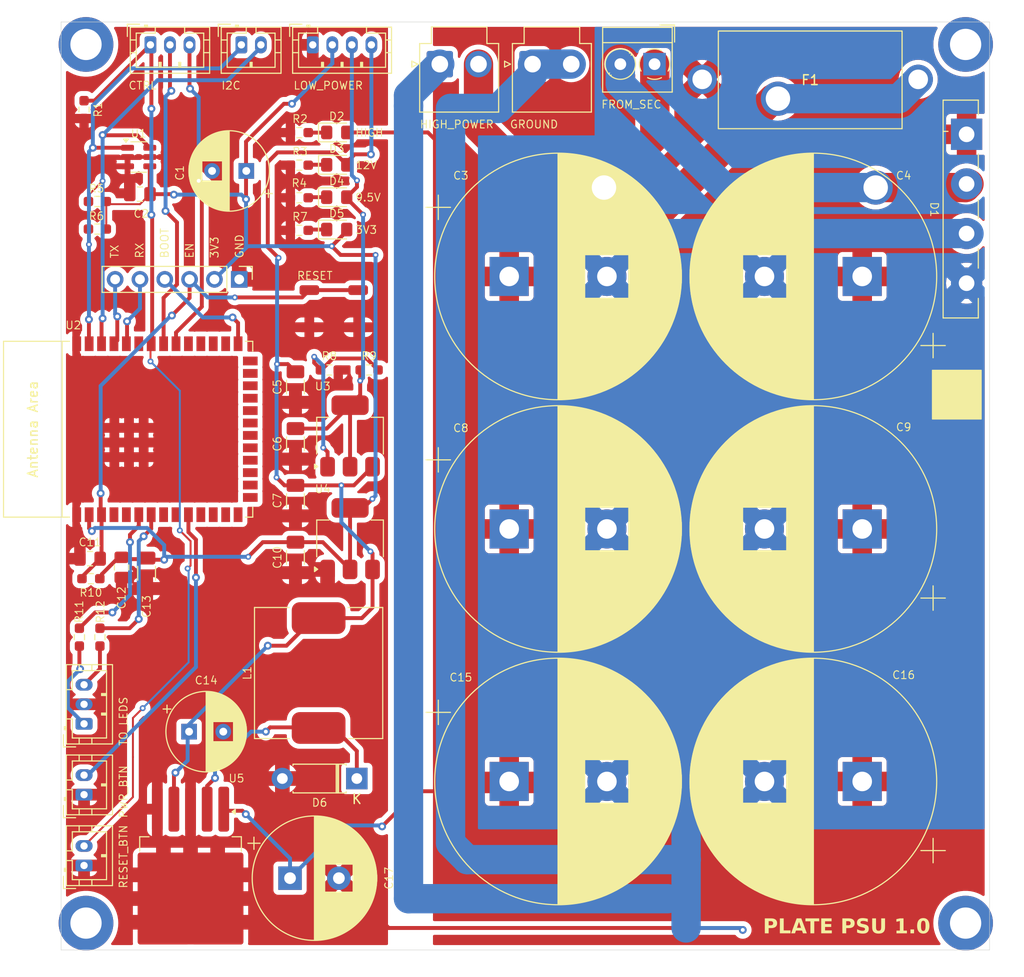
<source format=kicad_pcb>
(kicad_pcb (version 20240108) (generator "pcbnew") (generator_version "8.0")
  (layers (0 "F.Cu" signal) (31 "B.Cu" signal) (34 "B.Paste" user) (35 "F.Paste" user) (36 "B.SilkS" user "B.Silkscreen") (37 "F.SilkS" user "F.Silkscreen") (38 "B.Mask" user) (39 "F.Mask" user) (44 "Edge.Cuts" user))
  (net 0 "")
  (net 1 "NEG")
  (net 2 "POS")
  (net 3 "DC")
  (net 4 "GND")
  (net 5 "12V")
  (net 6 "3V3")
  (net 7 "SCL")
  (net 8 "SDA")
  (net 9 "EN")
  (net 10 "RX")
  (net 11 "TX")
  (net 12 "BOOT")
  (net 13 "Net-(D2-K)")
  (net 14 "LED_ACTIVE")
  (net 15 "LED_STANDBY")
  (net 16 "CLIP")
  (net 17 "RESET")
  (net 18 "FAULT")
  (net 19 "BUTTON_PWR")
  (net 20 "Net-(D3-K)")
  (net 21 "Net-(D4-K)")
  (net 22 "9.5V")
  (net 23 "Net-(D6-K)")
  (net 24 "Net-(D5-K)")
  (net 25 "Net-(J8-Pin_1)")
  (net 26 "Net-(J8-Pin_3)")
  (net 27 "Net-(U3-ADJ)")
  (net 53 "Net-(J4-Pin_2)")
  (footprint "Diode_THT:Diode_Bridge_Vishay_GBU" (layer "F.Cu") (at 143.6 56.75 -90)
    (property "Reference" "D1")
    (property "Value" "GBU8M")
  )
  (footprint "Connector_JST:JST_VH_B2P-VH-B_1x02_P3.96mm_Vertical" (layer "F.Cu") (at 99.19 49.565)
    (property "Reference" "J5" (hide yes))
    (property "Value" "Conn_01x02_Pin")
  )
  (footprint "LED_SMD:LED_0805_2012Metric_Pad1.15x1.40mm_HandSolder" (layer "F.Cu") (at 79.1525 66.5)
    (property "Reference" "D5")
    (property "Value" "BLUE")
  )
  (footprint "Capacitor_SMD:C_0805_2012Metric_Pad1.18x1.45mm_HandSolder" (layer "F.Cu") (at 53.9125 100.19)
    (property "Reference" "C11")
    (property "Value" "0.1U")
  )
  (footprint "MountingHole:MountingHole_3.2mm_M3_DIN965_Pad_TopBottom" (layer "F.Cu") (at 143.5 137.5)
    (property "Reference" "H4" (hide yes))
    (property "Value" "MountingHole")
  )
  (footprint "Connector_JST:JST_PH_B2B-PH-K_1x02_P2.00mm_Vertical" (layer "F.Cu") (at 69.395 47.59)
    (property "Reference" "J2" (hide yes))
    (property "Value" "Conn_01x02_Pin")
  )
  (footprint "Resistor_SMD:R_0603_1608Metric_Pad0.98x0.95mm_HandSolder" (layer "F.Cu") (at 54.925 108.225 90)
    (property "Reference" "R12")
    (property "Value" "150R")
  )
  (footprint "Inductor_SMD:L_Changjiang_FXL1365" (layer "F.Cu") (at 77.3 111.9 90)
    (property "Reference" "L1")
    (property "Value" "680u")
  )
  (footprint "Capacitor_THT:CP_Radial_D8.0mm_P3.50mm" (layer "F.Cu") (at 69.9 60.5 180)
    (property "Reference" "C1")
    (property "Value" "470u 16V")
  )
  (footprint "Capacitor_SMD:C_1206_3216Metric_Pad1.33x1.80mm_HandSolder" (layer "F.Cu") (at 74.93 94.252 90)
    (property "Reference" "C7")
    (property "Value" "10u")
  )
  (footprint "Capacitor_THT:CP_Radial_D25.0mm_P10.00mm_SnapIn" (layer "F.Cu") (at 132.92037 123 180)
    (property "Reference" "C16")
    (property "Value" "10mF 50V")
  )
  (footprint "Diode_THT:D_DO-41_SOD81_P7.62mm_Horizontal" (layer "F.Cu") (at 81.21 122.7 180)
    (property "Reference" "D6")
    (property "Value" "1N5819")
  )
  (footprint "Capacitor_SMD:C_0805_2012Metric_Pad1.18x1.45mm_HandSolder" (layer "F.Cu") (at 59.0125 62.875)
    (property "Reference" "C2")
    (property "Value" "0.1u")
  )
  (footprint "Resistor_SMD:R_0603_1608Metric_Pad0.98x0.95mm_HandSolder" (layer "F.Cu") (at 54 102.24 180)
    (property "Reference" "R10")
    (property "Value" "4.7K")
  )
  (footprint "MountingHole:MountingHole_3.2mm_M3_DIN965_Pad_TopBottom" (layer "F.Cu") (at 53.5 137.5)
    (property "Reference" "H3" (hide yes))
    (property "Value" "MountingHole")
  )
  (footprint "Package_TO_SOT_SMD:SOT-223-3_TabPin2" (layer "F.Cu") (at 80.518 98.146 90)
    (property "Reference" "U4")
    (property "Value" "AMS1117-3.3")
  )
  (footprint "Connector_JST:JST_VH_B2P-VH-B_1x02_P3.96mm_Vertical" (layer "F.Cu") (at 89.7 49.565)
    (property "Reference" "J4" (hide yes))
    (property "Value" "Conn_01x02_Pin")
  )
  (footprint "Capacitor_THT:CP_Radial_D8.0mm_P3.50mm" (layer "F.Cu") (at 64.047349 117.9)
    (property "Reference" "C14")
    (property "Value" "470u 16V")
  )
  (footprint "Custom:Button Aliexpress 4x4" (layer "F.Cu") (at 78.75 70.7 180)
    (property "Reference" "SW1" (hide yes))
    (property "Value" "SW_Push")
  )
  (footprint "Resistor_SMD:R_0603_1608Metric_Pad0.98x0.95mm_HandSolder" (layer "F.Cu") (at 75.325 59.91 180)
    (property "Reference" "R3")
    (property "Value" "4.7K")
  )
  (footprint "Resistor_SMD:R_0603_1608Metric_Pad0.98x0.95mm_HandSolder" (layer "F.Cu") (at 82.468 80.874)
    (property "Reference" "R9")
    (property "Value" "330R")
  )
  (footprint "Package_TO_SOT_SMD:TO-263-5_TabPin3" (layer "F.Cu") (at 64.195 133.485 -90)
    (property "Reference" "U5")
    (property "Value" "LM2575-12BU")
  )
  (footprint "LED_SMD:LED_0805_2012Metric_Pad1.15x1.40mm_HandSolder" (layer "F.Cu") (at 79.1525 59.873333)
    (property "Reference" "D3")
    (property "Value" "RED")
  )
  (footprint "Resistor_SMD:R_0603_1608Metric_Pad0.98x0.95mm_HandSolder" (layer "F.Cu") (at 78.4 80.874)
    (property "Reference" "R8")
    (property "Value" "2.2K")
  )
  (footprint "Capacitor_THT:CP_Radial_D25.0mm_P10.00mm_SnapIn" (layer "F.Cu") (at 96.8 123)
    (property "Reference" "C15")
    (property "Value" "10mF 50V")
  )
  (footprint "Custom:Aliexpress Fuse 5x20" (layer "F.Cu") (at 127.6 53.675 180)
    (property "Reference" "F1")
    (property "Value" "Fuse")
  )
  (footprint "MountingHole:MountingHole_3.2mm_M3_DIN965_Pad_TopBottom" (layer "F.Cu") (at 53.5 47.55)
    (property "Reference" "H1" (hide yes))
    (property "Value" "MountingHole")
  )
  (footprint "Capacitor_SMD:C_1206_3216Metric_Pad1.33x1.80mm_HandSolder" (layer "F.Cu") (at 74.93 88.438 90)
    (property "Reference" "C6")
    (property "Value" "10u")
  )
  (footprint "Capacitor_SMD:C_1206_3216Metric_Pad1.33x1.80mm_HandSolder" (layer "F.Cu") (at 74.93 100.066 90)
    (property "Reference" "C10")
    (property "Value" "10u")
  )
  (footprint "PCM_Espressif:ESP32-S3-WROOM-2" (layer "F.Cu") (at 60.81 86.94 90)
    (property "Reference" "U2")
    (property "Value" "ESP32-S3-WROOM-2")
  )
  (footprint "Resistor_SMD:R_0603_1608Metric_Pad0.98x0.95mm_HandSolder" (layer "F.Cu") (at 75.325 63.245 180)
    (property "Reference" "R4")
    (property "Value" "2.2K")
  )
  (footprint "Connector_JST:JST_PH_B3B-PH-K_1x03_P2.00mm_Vertical" (layer "F.Cu") (at 60.09 47.59)
    (property "Reference" "J1" (hide yes))
    (property "Value" "Conn_01x03_Pin")
  )
  (footprint "Capacitor_THT:CP_Radial_D12.5mm_P5.00mm" (layer "F.Cu") (at 74.376041 132.9)
    (property "Reference" "C17")
    (property "Value" "1000u 50V")
  )
  (footprint "Capacitor_THT:CP_Radial_D25.0mm_P10.00mm_SnapIn" (layer "F.Cu") (at 96.8 97.15)
    (property "Reference" "C8")
    (property "Value" "10mF 50V")
  )
  (footprint "Resistor_SMD:R_0603_1608Metric_Pad0.98x0.95mm_HandSolder" (layer "F.Cu") (at 54.6625 66.45 180)
    (property "Reference" "R6")
    (property "Value" "4.7K")
  )
  (footprint "Connector_JST:JST_PH_B2B-PH-K_1x02_P2.00mm_Vertical" (layer "F.Cu") (at 53.3 124.35 90)
    (property "Reference" "J9" (hide yes))
    (property "Value" "Conn_01x02_Pin")
  )
  (footprint "Connector_JST:JST_PH_B3B-PH-K_1x03_P2.00mm_Vertical" (layer "F.Cu") (at 53.3 117.1 90)
    (property "Reference" "J8" (hide yes))
    (property "Value" "Conn_01x03_Pin")
  )
  (footprint "Connector_JST:JST_PH_B2B-PH-K_1x02_P2.00mm_Vertical" (layer "F.Cu") (at 53.3 131.6 90)
    (property "Reference" "J10" (hide yes))
    (property "Value" "GND")
  )
  (footprint "Resistor_SMD:R_0603_1608Metric_Pad0.98x0.95mm_HandSolder" (layer "F.Cu") (at 75.325 56.575 180)
    (property "Reference" "R2")
    (property "Value" "20K")
  )
  (footprint "MountingHole:MountingHole_3.2mm_M3_DIN965_Pad_TopBottom" (layer "F.Cu") (at 143.5 47.55)
    (property "Reference" "H2" (hide yes))
    (property "Value" "MountingHole")
  )
  (footprint "LED_SMD:LED_0805_2012Metric_Pad1.15x1.40mm_HandSolder" (layer "F.Cu") (at 79.1525 56.56)
    (property "Reference" "D2")
    (property "Value" "YELLOW")
  )
  (footprint "Capacitor_SMD:C_1206_3216Metric_Pad1.33x1.80mm_HandSolder" (layer "F.Cu") (at 74.93 82.624 90)
    (property "Reference" "C5")
    (property "Value" "10u")
  )
  (footprint "Resistor_SMD:R_0603_1608Metric_Pad0.98x0.95mm_HandSolder" (layer "F.Cu") (at 54.6625 63.625 180)
    (property "Reference" "R5")
    (property "Value" "4.7K")
  )
  (footprint "Package_TO_SOT_SMD:SOT-23-6" (layer "F.Cu") (at 58.8875 59.075)
    (property "Reference" "U1")
    (property "Value" "TMP100")
  )
  (footprint "Package_TO_SOT_SMD:SOT-223-3_TabPin2" (layer "F.Cu") (at 80.518 87.63 90)
    (property "Reference" "U3")
    (property "Value" "LM317_SOT-223")
  )
  (footprint "Capacitor_THT:CP_Radial_D25.0mm_P10.00mm_SnapIn" (layer "F.Cu") (at 132.92037 71.3 180)
    (property "Reference" "C4")
    (property "Value" "10mF 50V")
  )
  (footprint "Capacitor_THT:CP_Radial_D25.0mm_P10.00mm_SnapIn" (layer "F.Cu") (at 96.8 71.3)
    (property "Reference" "C3")
    (property "Value" "10mF 50V")
  )
  (footprint "Connector_JST:JST_PH_B4B-PH-K_1x04_P2.00mm_Vertical" (layer "F.Cu") (at 76.7 47.59)
    (property "Reference" "J3" (hide yes))
    (property "Value" "Conn_01x04_Pin")
  )
  (footprint "Resistor_SMD:R_0603_1608Metric_Pad0.98x0.95mm_HandSolder" (layer "F.Cu") (at 75.325 66.58 180)
    (property "Reference" "R7")
    (property "Value" "330R")
  )
  (footprint "Capacitor_THT:CP_Radial_D25.0mm_P10.00mm_SnapIn" (layer "F.Cu") (at 132.92037 97.15 180)
    (property "Reference" "C9")
    (property "Value" "10mF 50V")
  )
  (footprint "Resistor_SMD:R_0603_1608Metric_Pad0.98x0.95mm_HandSolder" (layer "F.Cu") (at 52.825 108.225 90)
    (property "Reference" "R11")
    (property "Value" "150R")
  )
  (footprint "TerminalBlock_MetzConnect:TerminalBlock_MetzConnect_Type059_RT06302HBWC_1x02_P3.50mm_Horizontal" (layer "F.Cu") (at 111.6725 49.565 180)
    (property "Reference" "J6" (hide yes))
    (property "Value" "Conn_01x02_Pin")
  )
  (footprint "LED_SMD:LED_0805_2012Metric_Pad1.15x1.40mm_HandSolder" (layer "F.Cu") (at 79.1525 63.186666)
    (property "Reference" "D4")
    (property "Value" "YELLOW")
  )
  (footprint "Connector_PinHeader_2.54mm:PinHeader_1x06_P2.54mm_Vertical" (layer "F.Cu") (at 69.18 71.6 -90)
    (property "Reference" "J7" (hide yes))
    (property "Value" "Conn_01x06")
  )
  (footprint "Capacitor_SMD:C_0805_2012Metric_Pad1.18x1.45mm_HandSolder" (layer "F.Cu") (at 57.14 101.09 90)
    (property "Reference" "C12")
    (property "Value" "0.1u")
  )
  (footprint "Capacitor_SMD:C_1206_3216Metric_Pad1.33x1.80mm_HandSolder" (layer "F.Cu") (at 59.7 101.69 90)
    (property "Reference" "C13")
    (property "Value" "10u")
  )
  (footprint "Resistor_SMD:R_0603_1608Metric_Pad0.98x0.95mm_HandSolder" (layer "F.Cu") (at 53.3 54.22 -90)
    (property "Reference" "R1")
    (property "Value" "4.7K")
  )
  (gr_rect (start 140.1 80.9) (end 145.1 85.9) (stroke (width 0.1)) (fill solid) (layer "F.SilkS"))
  (gr_line (start 145.95 45.25) (end 145.95 140.25) (stroke (width 0.05)) (layer "Edge.Cuts"))
  (gr_line (start 50.95 45.25) (end 145.95 45.25) (stroke (width 0.05)) (layer "Edge.Cuts"))
  (gr_line (start 145.95 140.25) (end 50.95 140.25) (stroke (width 0.05)) (layer "Edge.Cuts"))
  (gr_line (start 50.95 47.25) (end 50.95 45.25) (stroke (width 0.05)) (layer "Edge.Cuts"))
  (gr_line (start 50.95 140.25) (end 50.95 47.25) (stroke (width 0.05)) (layer "Edge.Cuts"))
  (gr_text "GROUND" (at 96.82 56.2 0) (layer "F.SilkS") (effects (font (size 0.8 0.8) (thickness 0.1)) (justify left bottom)))
  (gr_text "RESET_BTN" (at 57.8 134 90) (layer "F.SilkS") (effects (font (size 0.8 0.8) (thickness 0.1)) (justify left bottom)))
  (gr_text "RX" (at 59.455 69.5 90) (layer "F.SilkS") (effects (font (size 0.8 0.8) (thickness 0.1)) (justify left bottom)))
  (gr_text "PWR_BTN" (at 57.8 126.8 90) (layer "F.SilkS") (effects (font (size 0.8 0.8) (thickness 0.1)) (justify left bottom)))
  (gr_text "PLATE PSU 1.0" (at 139.9 138.8 0) (layer "F.SilkS") (effects (font (size 1.5 1.5) (thickness 0.3) (bold yes)) (justify right bottom)))
  (gr_text "9.5V" (at 81 63.685 0) (layer "F.SilkS") (effects (font (size 0.8 0.8) (thickness 0.1)) (justify left bottom)))
  (gr_text "GND" (at 69.675 69.5 90) (layer "F.SilkS") (effects (font (size 0.8 0.8) (thickness 0.1)) (justify left bottom)))
  (gr_text "EN" (at 64.565 69.5 90) (layer "F.SilkS") (effects (font (size 0.8 0.8) (thickness 0.1)) (justify left bottom)))
  (gr_text "12V" (at 81 60.37 0) (layer "F.SilkS") (effects (font (size 0.8 0.8) (thickness 0.1)) (justify left bottom)))
  (gr_text "BOOT" (at 62.01 69.5 90) (layer "F.SilkS") (effects (font (size 0.8 0.8) (thickness 0.1)) (justify left bottom)))
  (gr_text "I2C" (at 67.3 52.225 0) (layer "F.SilkS") (effects (font (size 0.8 0.8) (thickness 0.1)) (justify left bottom)))
  (gr_text "CTRL\n" (at 57.8 52.225 0) (layer "F.SilkS") (effects (font (size 0.8 0.8) (thickness 0.1)) (justify left bottom)))
  (gr_text "3V3" (at 81 67 0) (layer "F.SilkS") (effects (font (size 0.8 0.8) (thickness 0.1)) (justify left bottom)))
  (gr_text "TO_LEDS" (at 57.8 119.4 90) (layer "F.SilkS") (effects (font (size 0.8 0.8) (thickness 0.1)) (justify left bottom)))
  (gr_text "FROM_SEC" (at 106.1725 54.165 0) (layer "F.SilkS") (effects (font (size 0.8 0.8) (thickness 0.1)) (justify left bottom)))
  (gr_text "HIGH_POWER" (at 87.6 56.2 0) (layer "F.SilkS") (effects (font (size 0.8 0.8) (thickness 0.1)) (justify left bottom)))
  (gr_text "HIGH" (at 81 57.055 0) (layer "F.SilkS") (effects (font (size 0.8 0.8) (thickness 0.1)) (justify left bottom)))
  (gr_text "LOW_POWER" (at 74.675 52.225 0) (layer "F.SilkS") (effects (font (size 0.8 0.8) (thickness 0.1)) (justify left bottom)))
  (gr_text "3V3" (at 67.12 69.5 90) (layer "F.SilkS") (effects (font (size 0.8 0.8) (thickness 0.1)) (justify left bottom)))
  (gr_text "TX" (at 56.9 69.5 90) (layer "F.SilkS") (effects (font (size 0.8 0.8) (thickness 0.1)) (justify left bottom)))
  (gr_text "RESET" (at 75.04 71.693 0) (layer "F.SilkS") (effects (font (size 0.8 0.8) (thickness 0.1)) (justify left bottom)))
  (segment (start 143.48 62.2) (end 143.85 61.83) (width 3) (layer "F.Cu") (net 1))
  (segment (start 134.300002 62.2) (end 143.48 62.2) (width 3) (layer "F.Cu") (net 1))
  (via (at 134.300002 62.2) (size 3.5) (drill 2.5) (layers "F.Cu" "B.Cu") (net 1))
  (segment (start 108.1725 51.5725) (end 118.8 62.2) (width 3) (layer "B.Cu") (net 1))
  (segment (start 118.8 62.2) (end 134.300002 62.2) (width 3) (layer "B.Cu") (net 1))
  (segment (start 108.1725 49.565) (end 108.1725 51.5725) (width 3) (layer "B.Cu") (net 1))
  (segment (start 111.6725 49.565) (end 111.7 49.5925) (width 3) (layer "F.Cu") (net 2))
  (segment (start 111.7 49.5925) (end 111.7 57) (width 3) (layer "F.Cu") (net 2))
  (segment (start 111.7 57) (end 106.5 62.2) (width 3) (layer "F.Cu") (net 2))
  (via (at 106.5 62.2) (size 3.5) (drill 2.5) (layers "F.Cu" "B.Cu") (net 2))
  (segment (start 111.21 66.91) (end 106.5 62.2) (width 3) (layer "B.Cu") (net 2))
  (segment (start 143.85 66.91) (end 111.21 66.91) (width 3) (layer "B.Cu") (net 2))
  (segment (start 69.5 126) (end 69.85 126.35) (width 0.4) (layer "F.Cu") (net 3))
  (segment (start 83.8 127.6) (end 87.4 124) (width 0.4) (layer "F.Cu") (net 3))
  (segment (start 87.4 124) (end 101 124) (width 0.4) (layer "F.Cu") (net 3))
  (segment (start 67.6 126) (end 69.5 126) (width 0.4) (layer "F.Cu") (net 3))
  (segment (start 88.485 56.56) (end 89.7 57.775) (width 0.4) (layer "F.Cu") (net 3))
  (segment (start 80.1775 56.56) (end 88.485 56.56) (width 0.4) (layer "F.Cu") (net 3))
  (via (at 69.85 126.35) (size 0.8) (drill 0.4) (layers "F.Cu" "B.Cu") (net 3))
  (via (at 83.8 127.6) (size 0.8) (drill 0.4) (layers "F.Cu" "B.Cu") (net 3))
  (segment (start 69.85 126.35) (end 74.376041 130.876041) (width 0.4) (layer "B.Cu") (net 3))
  (segment (start 79.776041 127.5) (end 79.8 127.5) (width 0.4) (layer "B.Cu") (net 3))
  (segment (start 74.376041 132.9) (end 79.776041 127.5) (width 0.4) (layer "B.Cu") (net 3))
  (segment (start 74.376041 130.876041) (end 74.376041 132.9) (width 0.4) (layer "B.Cu") (net 3))
  (segment (start 79.8 127.5) (end 83.7 127.5) (width 0.4) (layer "B.Cu") (net 3))
  (segment (start 83.7 127.5) (end 83.8 127.6) (width 0.4) (layer "B.Cu") (net 3))
  (segment (start 84.476041 138) (end 120.5 138) (width 0.4) (layer "F.Cu") (net 4))
  (segment (start 120.5 138) (end 120.7 138.2) (width 0.4) (layer "F.Cu") (net 4))
  (segment (start 79.376041 132.9) (end 84.476041 138) (width 0.4) (layer "F.Cu") (net 4))
  (via (at 120.7 138.2) (size 0.8) (drill 0.4) (layers "F.Cu" "B.Cu") (net 4))
  (segment (start 113 135) (end 86.5 135) (width 3) (layer "B.Cu") (net 4))
  (segment (start 90.8 129.3) (end 92.5 131) (width 3) (layer "B.Cu") (net 4))
  (segment (start 114.9 128.9) (end 114.9 131) (width 3) (layer "B.Cu") (net 4))
  (segment (start 86.5 52.765) (end 86.5 53.84) (width 3) (layer "B.Cu") (net 4))
  (segment (start 114.9 128.9) (end 114.9 125.6) (width 3) (layer "B.Cu") (net 4))
  (segment (start 103.15 49.565) (end 99.19 49.565) (width 3) (layer "B.Cu") (net 4))
  (segment (start 90.8 54.1) (end 90.8 129.3) (width 3) (layer "B.Cu") (net 4))
  (segment (start 86.5 135) (end 86.5 53.84) (width 3) (layer "B.Cu") (net 4))
  (segment (start 92.5 131) (end 114.9 131) (width 3) (layer "B.Cu") (net 4))
  (segment (start 95.7 54.1) (end 90.8 54.1) (width 3) (layer "B.Cu") (net 4))
  (segment (start 89.7 49.565) (end 86.5 52.765) (width 3) (layer "B.Cu") (net 4))
  (segment (start 99.19 49.565) (end 99.19 50.61) (width 3) (layer "B.Cu") (net 4))
  (segment (start 120.7 138.2) (end 120.5 138) (width 0.4) (layer "B.Cu") (net 4))
  (segment (start 120.5 138) (end 114.9 138) (width 0.4) (layer "B.Cu") (net 4))
  (segment (start 114.9 131) (end 114.9 138) (width 3) (layer "B.Cu") (net 4))
  (segment (start 99.19 50.61) (end 95.7 54.1) (width 3) (layer "B.Cu") (net 4))
  (segment (start 78.904167 58.6) (end 80.1775 59.873333) (width 0.4) (layer "F.Cu") (net 5))
  (segment (start 72.1 68.3) (end 72.1 59.6) (width 0.4) (layer "F.Cu") (net 5))
  (segment (start 77.3 106.275) (end 81.725 106.275) (width 0.4) (layer "F.Cu") (net 5))
  (segment (start 73.8145 92.6895) (end 73 91.875) (width 0.4) (layer "F.Cu") (net 5))
  (segment (start 80.9085 92.6895) (end 74.93 92.6895) (width 0.4) (layer "F.Cu") (net 5))
  (segment (start 81.725 106.275) (end 82.818 105.182) (width 0.4) (layer "F.Cu") (net 5))
  (segment (start 73.2 69.4) (end 72.1 68.3) (width 0.4) (layer "F.Cu") (net 5))
  (segment (start 74.1435 80.275) (end 74.93 81.0615) (width 0.4) (layer "F.Cu") (net 5))
  (segment (start 76.9 106.212269) (end 74.012269 109.1) (width 0.4) (layer "F.Cu") (net 5))
  (segment (start 82.818 90.78) (end 80.9085 92.6895) (width 0.4) (layer "F.Cu") (net 5))
  (segment (start 82.818 99.668) (end 82.6 99.45) (width 0.4) (layer "F.Cu") (net 5))
  (segment (start 74.012269 109.1) (end 72.1 109.1) (width 0.4) (layer "F.Cu") (net 5))
  (segment (start 72.1 59.6) (end 73.1 58.6) (width 0.4) (layer "F.Cu") (net 5))
  (segment (start 80.9925 58.8) (end 82.65 58.8) (width 0.4) (layer "F.Cu") (net 5))
  (segment (start 73.05 80.275) (end 74.1435 80.275) (width 0.4) (layer "F.Cu") (net 5))
  (segment (start 73.1 58.6) (end 78.904167 58.6) (width 0.4) (layer "F.Cu") (net 5))
  (segment (start 62.5 122.25) (end 62.65 122.1) (width 0.4) (layer "F.Cu") (net 5))
  (segment (start 82.818 101.296) (end 82.818 99.668) (width 0.4) (layer "F.Cu") (net 5))
  (segment (start 62.5 126) (end 62.5 122.25) (width 0.4) (layer "F.Cu") (net 5))
  (segment (start 82.818 105.182) (end 82.818 101.296) (width 0.4) (layer "F.Cu") (net 5))
  (segment (start 74.93 92.6895) (end 73.8145 92.6895) (width 0.4) (layer "F.Cu") (net 5))
  (segment (start 80.1775 59.615) (end 80.9925 58.8) (width 0.4) (layer "F.Cu") (net 5))
  (via (at 72.1 109.1) (size 0.8) (drill 0.4) (layers "F.Cu" "B.Cu") (net 5))
  (via (at 62.65 122.1) (size 0.8) (drill 0.4) (layers "F.Cu" "B.Cu") (net 5))
  (via (at 73.05 80.275) (size 0.6) (drill 0.3) (layers "F.Cu" "B.Cu") (net 5))
  (via (at 79.625 92.6895) (size 0.6) (drill 0.3) (layers "F.Cu" "B.Cu") (net 5))
  (via (at 82.65 58.8) (size 0.8) (drill 0.4) (layers "F.Cu" "B.Cu") (net 5))
  (via (at 82.6 99.45) (size 0.6) (drill 0.3) (layers "F.Cu" "B.Cu") (net 5))
  (via (at 73.2 69.4) (size 0.6) (drill 0.3) (layers "F.Cu" "B.Cu") (net 5))
  (via (at 73 91.875) (size 0.6) (drill 0.3) (layers "F.Cu" "B.Cu") (net 5))
  (segment (start 73 80.325) (end 73.05 80.275) (width 0.4) (layer "B.Cu") (net 5))
  (segment (start 82.6 99.45) (end 79.625 96.475) (width 0.4) (layer "B.Cu") (net 5))
  (segment (start 73 91.875) (end 73 80.325) (width 0.4) (layer "B.Cu") (net 5))
  (segment (start 73.05 69.55) (end 73.2 69.4) (width 0.4) (layer "B.Cu") (net 5))
  (segment (start 63.9 117.3) (end 72.1 109.1) (width 0.4) (layer "B.Cu") (net 5))
  (segment (start 82.7 47.59) (end 82.7 58.75) (width 0.4) (layer "B.Cu") (net 5))
  (segment (start 79.625 96.475) (end 79.625 92.6895) (width 0.4) (layer "B.Cu") (net 5))
  (segment (start 82.7 58.75) (end 82.65 58.8) (width 0.4) (layer "B.Cu") (net 5))
  (segment (start 62.65 122.1) (end 63.9 120.85) (width 0.4) (layer "B.Cu") (net 5))
  (segment (start 73.05 80.275) (end 73.05 69.55) (width 0.4) (layer "B.Cu") (net 5))
  (segment (start 63.9 120.85) (end 63.9 117.3) (width 0.4) (layer "B.Cu") (net 5))
  (segment (start 55.13 102.2) (end 55.13 101.77) (width 0.4) (layer "F.Cu") (net 6))
  (segment (start 61.5 100.3) (end 59.7625 100.3) (width 0.4) (layer "F.Cu") (net 6))
  (segment (start 83.125 69.1) (end 79.55 69.1) (width 0.4) (layer "F.Cu") (net 6))
  (segment (start 59.025 63.9) (end 60.05 62.875) (width 0.2) (layer "F.Cu") (net 6))
  (segment (start 55.575 66.45) (end 55.575 63.625) (width 0.2) (layer "F.Cu") (net 6))
  (segment (start 79.55 69.1) (end 78.65 68.2) (width 0.4) (layer "F.Cu") (net 6))
  (segment (start 60.05 62.875) (end 62.44 62.875) (width 0.4) (layer "F.Cu") (net 6))
  (segment (start 60.025 60.025) (end 60.025 62.85) (width 0.4) (layer "F.Cu") (net 6))
  (segment (start 80.518 94.996) (end 80.518 101.296) (width 0.4) (layer "F.Cu") (net 6))
  (segment (start 55.85 63.9) (end 59.025 63.9) (width 0.2) (layer "F.Cu") (net 6))
  (segment (start 77.7255 98.5035) (end 80.518 101.296) (width 0.4) (layer "F.Cu") (net 6))
  (segment (start 59.7 100.2375) (end 57.1875 100.2375) (width 0.4) (layer "F.Cu") (net 6))
  (segment (start 81.879 94.996) (end 82.8 94.075) (width 0.4) (layer "F.Cu") (net 6))
  (segment (start 74.93 98.5035) (end 71.5965 98.5035) (width 0.4) (layer "F.Cu") (net 6))
  (segment (start 62.44 62.875) (end 62.49 62.925) (width 0.4) (layer "F.Cu") (net 6))
  (segment (start 69.875 57.5) (end 73.75 53.625) (width 0.4) (layer "F.Cu") (net 6))
  (segment (start 69.875 63.400002) (end 69.875 57.5) (width 0.4) (layer "F.Cu") (net 6))
  (segment (start 73.75 53.625) (end 74.575 53.625) (width 0.4) (layer "F.Cu") (net 6))
  (segment (start 80.1775 66.6725) (end 78.65 68.2) (width 0.4) (layer "F.Cu") (net 6))
  (segment (start 74.93 98.5035) (end 77.7255 98.5035) (width 0.4) (layer "F.Cu") (net 6))
  (segment (start 53.82 97.086171) (end 54.1 97.366171) (width 0.4) (layer "F.Cu") (net 6))
  (segment (start 53.82 95.69) (end 53.82 97.086171) (width 0.4) (layer "F.Cu") (net 6))
  (segment (start 55.13 101.77) (end 56.71 100.19) (width 0.4) (layer "F.Cu") (net 6))
  (segment (start 71.5965 98.5035) (end 70.1 100) (width 0.4) (layer "F.Cu") (net 6))
  (via (at 82.8 94.075) (size 0.6) (drill 0.3) (layers "F.Cu" "B.Cu") (net 6))
  (via (at 74.575 53.625) (size 0.8) (drill 0.4) (layers "F.Cu" "B.Cu") (net 6))
  (via (at 62.49 62.925) (size 0.8) (drill 0.4) (layers "F.Cu" "B.Cu") (net 6))
  (via (at 83.125 69.1) (size 0.6) (drill 0.3) (layers "F.Cu" "B.Cu") (net 6))
  (via (at 78.65 68.2) (size 0.6) (drill 0.3) (layers "F.Cu" "B.Cu") (net 6))
  (via (at 61.5 100.3) (size 0.8) (drill 0.4) (layers "F.Cu" "B.Cu") (net 6))
  (via (at 70.1 100) (size 0.6) (drill 0.3) (layers "F.Cu" "B.Cu") (net 6))
  (via (at 69.875 63.400002) (size 0.8) (drill 0.4) (layers "F.Cu" "B.Cu") (net 6))
  (via (at 54.1 97.366171) (size 0.8) (drill 0.4) (layers "F.Cu" "B.Cu") (net 6))
  (segment (start 78.65 68.2) (end 70.04 68.2) (width 0.4) (layer "B.Cu") (net 6))
  (segment (start 69.875 68.365) (end 69.875 63.400002) (width 0.4) (layer "B.Cu") (net 6))
  (segment (start 83.125 93.75) (end 83.125 69.1) (width 0.4) (layer "B.Cu") (net 6))
  (segment (start 61.5 100.3) (end 61.5 98.797918) (width 0.4) (layer "B.Cu") (net 6))
  (segment (start 78.7 49.5) (end 74.575 53.625) (width 0.4) (layer "B.Cu") (net 6))
  (segment (start 70.1 100) (end 61.8 100) (width 0.4) (layer "B.Cu") (net 6))
  (segment (start 61.5 98.797918) (end 59.752082 97.05) (width 0.4) (layer "B.Cu") (net 6))
  (segment (start 61.8 100) (end 61.5 100.3) (width 0.4) (layer "B.Cu") (net 6))
  (segment (start 78.7 47.59) (end 78.7 49.5) (width 0.4) (layer "B.Cu") (net 6))
  (segment (start 54.416171 97.05) (end 54.1 97.366171) (width 0.4) (layer "B.Cu") (net 6))
  (segment (start 70.04 68.2) (end 69.875 68.365) (width 0.4) (layer "B.Cu") (net 6))
  (segment (start 69.399998 62.925) (end 62.49 62.925) (width 0.4) (layer "B.Cu") (net 6))
  (segment (start 69.875 63.400002) (end 69.399998 62.925) (width 0.4) (layer "B.Cu") (net 6))
  (segment (start 59.752082 97.05) (end 54.416171 97.05) (width 0.4) (layer "B.Cu") (net 6))
  (segment (start 82.8 94.075) (end 83.125 93.75) (width 0.4) (layer "B.Cu") (net 6))
  (segment (start 66.64 71.6) (end 69.875 68.365) (width 0.4) (layer "B.Cu") (net 6))
  (segment (start 53.75 67.975) (end 53.8 68.025) (width 0.2) (layer "F.Cu") (net 7))
  (segment (start 53.75 66.45) (end 53.75 67.975) (width 0.2) (layer "F.Cu") (net 7))
  (segment (start 57.75 58.125) (end 54.2 58.125) (width 0.4) (layer "F.Cu") (net 7))
  (segment (start 53.8 75.7) (end 53.8 78.17) (width 0.4) (layer "F.Cu") (net 7))
  (via (at 54.2 58.125) (size 0.8) (drill 0.4) (layers "F.Cu" "B.Cu") (net 7))
  (via (at 53.8 68.025) (size 0.6) (drill 0.3) (layers "F.Cu" "B.Cu") (net 7))
  (via (at 53.8 75.7) (size 0.8) (drill 0.4) (layers "F.Cu" "B.Cu") (net 7))
  (segment (start 53.8 58.525) (end 53.8 68.025) (width 0.4) (layer "B.Cu") (net 7))
  (segment (start 67.225 50) (end 58 50) (width 0.4) (layer "B.Cu") (net 7))
  (segment (start 53.8 68.025) (end 53.8 75.7) (width 0.4) (layer "B.Cu") (net 7))
  (segment (start 58 50) (end 54.2 53.8) (width 0.4) (layer "B.Cu") (net 7))
  (segment (start 54.2 58.125) (end 53.8 58.525) (width 0.4) (layer "B.Cu") (net 7))
  (segment (start 54.2 53.8) (end 54.2 58.125) (width 0.4) (layer "B.Cu") (net 7))
  (segment (start 69.625 47.6) (end 67.225 50) (width 0.4) (layer "B.Cu") (net 7))
  (segment (start 55.224996 56.85) (end 55.199996 56.825) (width 0.4) (layer "F.Cu") (net 8))
  (segment (start 55.09 75.710008) (end 55.200004 75.600004) (width 0.4) (layer "F.Cu") (net 8))
  (segment (start 53.75 62.974996) (end 55.199996 61.525) (width 0.2) (layer "F.Cu") (net 8))
  (segment (start 55.09 78.19) (end 55.09 75.710008) (width 0.4) (layer "F.Cu") (net 8))
  (segment (start 53.75 63.625) (end 53.75 62.974996) (width 0.2) (layer "F.Cu") (net 8))
  (segment (start 60.025 58.125) (end 58.75 56.85) (width 0.4) (layer "F.Cu") (net 8))
  (segment (start 58.75 56.85) (end 55.224996 56.85) (width 0.4) (layer "F.Cu") (net 8))
  (via (at 55.200004 75.600004) (size 0.8) (drill 0.4) (layers "F.Cu" "B.Cu") (net 8))
  (via (at 55.199996 61.525) (size 0.6) (drill 0.3) (layers "F.Cu" "B.Cu") (net 8))
  (via (at 55.199996 56.825) (size 0.8) (drill 0.4) (layers "F.Cu" "B.Cu") (net 8))
  (segment (start 55.199996 75.599996) (end 55.199996 61.525) (width 0.4) (layer "B.Cu") (net 8))
  (segment (start 55.199996 56.825) (end 60.814996 51.21) (width 0.4) (layer "B.Cu") (net 8))
  (segment (start 60.814996 51.21) (end 68.015 51.21) (width 0.4) (layer "B.Cu") (net 8))
  (segment (start 68.015 51.21) (end 71.625 47.6) (width 0.4) (layer "B.Cu") (net 8))
  (segment (start 55.200004 75.600004) (end 55.199996 75.599996) (width 0.4) (layer "B.Cu") (net 8))
  (segment (start 55.199996 61.525) (end 55.199996 56.825) (width 0.4) (layer "B.Cu") (net 8))
  (segment (start 55 93.5) (end 55 95.6) (width 0.4) (layer "F.Cu") (net 9))
  (segment (start 76.35 72.7) (end 75.6 73.45) (width 0.4) (layer "F.Cu") (net 9))
  (segment (start 75.6 73.45) (end 68.725 73.45) (width 0.4) (layer "F.Cu") (net 9))
  (segment (start 64.1 71.6) (end 64.1 73.49) (width 0.4) (layer "F.Cu") (net 9))
  (segment (start 55.09 99.81) (end 55.09 95.69) (width 0.4) (layer "F.Cu") (net 9))
  (segment (start 53.0875 102.0525) (end 54.95 100.19) (width 0.4) (layer "F.Cu") (net 9))
  (segment (start 64.1 73.49) (end 62.29 75.3) (width 0.4) (layer "F.Cu") (net 9))
  (segment (start 81.35 72.7) (end 76.35 72.7) (width 0.4) (layer "F.Cu") (net 9))
  (via (at 55 93.5) (size 0.8) (drill 0.4) (layers "F.Cu" "B.Cu") (net 9))
  (via (at 68.725 73.45) (size 0.6) (drill 0.3) (layers "F.Cu" "B.Cu") (net 9))
  (via (at 62.29 75.3) (size 0.8) (drill 0.4) (layers "F.Cu" "B.Cu") (net 9))
  (segment (start 68.725 73.45) (end 65.95 73.45) (width 0.4) (layer "B.Cu") (net 9))
  (segment (start 62.2 75.3) (end 62.29 75.3) (width 0.4) (layer "B.Cu") (net 9))
  (segment (start 55 93.5) (end 55 82.5) (width 0.4) (layer "B.Cu") (net 9))
  (segment (start 65.95 73.45) (end 64.1 71.6) (width 0.4) (layer "B.Cu") (net 9))
  (segment (start 55 82.5) (end 62.2 75.3) (width 0.4) (layer "B.Cu") (net 9))
  (segment (start 57.7 75.9) (end 57.7 78.12) (width 0.4) (layer "F.Cu") (net 10))
  (via (at 57.7 75.9) (size 0.8) (drill 0.4) (layers "F.Cu" "B.Cu") (net 10))
  (segment (start 59.02 74.58) (end 57.7 75.9) (width 0.4) (layer "B.Cu") (net 10))
  (segment (start 59.02 71.6) (end 59.02 74.58) (width 0.4) (layer "B.Cu") (net 10))
  (segment (start 56.7 75.4) (end 56.7 77.85) (width 0.4) (layer "F.Cu") (net 11))
  (segment (start 56.7 77.85) (end 56.36 78.19) (width 0.4) (layer "F.Cu") (net 11))
  (via (at 56.7 75.4) (size 0.8) (drill 0.4) (layers "F.Cu" "B.Cu") (net 11))
  (segment (start 56.48 71.6) (end 56.48 75.18) (width 0.4) (layer "B.Cu") (net 11))
  (segment (start 56.48 75.18) (end 56.7 75.4) (width 0.4) (layer "B.Cu") (net 11))
  (segment (start 69.06 76.06) (end 69.06 78.19) (width 0.4) (layer "F.Cu") (net 12))
  (segment (start 68.5 75.5) (end 69.06 76.06) (width 0.4) (layer "F.Cu") (net 12))
  (via (at 68.5 75.5) (size 0.8) (drill 0.4) (layers "F.Cu" "B.Cu") (net 12))
  (segment (start 65.46 75.5) (end 68.5 75.5) (width 0.4) (layer "B.Cu") (net 12))
  (segment (start 61.56 71.6) (end 65.46 75.5) (width 0.4) (layer "B.Cu") (net 12))
  (segment (start 76.2375 56.575) (end 78.1125 56.575) (width 0.4) (layer "F.Cu") (net 13))
  (segment (start 60.17 95.69) (end 60.17 97.13) (width 0.4) (layer "F.Cu") (net 14))
  (segment (start 54.925 107.3125) (end 57.959979 107.3125) (width 0.4) (layer "F.Cu") (net 14))
  (segment (start 60.17 97.13) (end 59.4 97.9) (width 0.4) (layer "F.Cu") (net 14))
  (segment (start 57.959979 107.3125) (end 58.897479 106.375) (width 0.4) (layer "F.Cu") (net 14))
  (via (at 58.897479 106.375) (size 0.8) (drill 0.4) (layers "F.Cu" "B.Cu") (net 14))
  (via (at 59.4 97.9) (size 0.8) (drill 0.4) (layers "F.Cu" "B.Cu") (net 14))
  (segment (start 58.897479 98.402521) (end 59.4 97.9) (width 0.4) (layer "B.Cu") (net 14))
  (segment (start 58.897479 106.375) (end 58.897479 98.402521) (width 0.4) (layer "B.Cu") (net 14))
  (segment (start 58 97.74) (end 58 98.5) (width 0.4) (layer "F.Cu") (net 15))
  (segment (start 58.9 95.69) (end 58.9 96.84) (width 0.4) (layer "F.Cu") (net 15))
  (segment (start 52.825 107.3125) (end 54.4375 105.7) (width 0.4) (layer "F.Cu") (net 15))
  (segment (start 54.4375 105.7) (end 56.2 105.7) (width 0.4) (layer "F.Cu") (net 15))
  (segment (start 58.9 96.84) (end 58 97.74) (width 0.4) (layer "F.Cu") (net 15))
  (via (at 56.2 105.7) (size 0.8) (drill 0.4) (layers "F.Cu" "B.Cu") (net 15))
  (via (at 58 98.5) (size 0.8) (drill 0.4) (layers "F.Cu" "B.Cu") (net 15))
  (segment (start 58 103.9) (end 56.2 105.7) (width 0.4) (layer "B.Cu") (net 15))
  (segment (start 58 98.5) (end 58 103.9) (width 0.4) (layer "B.Cu") (net 15))
  (segment (start 64.09 52.02) (end 64.09 47.59) (width 0.4) (layer "F.Cu") (net 16))
  (segment (start 65.35 74.4) (end 65.35 61.83) (width 0.4) (layer "F.Cu") (net 16))
  (segment (start 65.35 61.83) (end 65.03 61.51) (width 0.4) (layer "F.Cu") (net 16))
  (segment (start 64.15 52.08) (end 64.09 52.02) (width 0.4) (layer "F.Cu") (net 16))
  (segment (start 62.71 77.04) (end 65.35 74.4) (width 0.4) (layer "F.Cu") (net 16))
  (segment (start 62.71 78.19) (end 62.71 77.04) (width 0.4) (layer "F.Cu") (net 16))
  (via (at 64.15 52.08) (size 0.8) (drill 0.4) (layers "F.Cu" "B.Cu") (net 16))
  (via (at 65.03 61.51) (size 0.8) (drill 0.4) (layers "F.Cu" "B.Cu") (net 16))
  (segment (start 65.03 52.96) (end 64.15 52.08) (width 0.4) (layer "B.Cu") (net 16))
  (segment (start 65.03 61.51) (end 65.03 52.96) (width 0.4) (layer "B.Cu") (net 16))
  (segment (start 53.3 129.6) (end 58.3 124.6) (width 0.2) (layer "F.Cu") (net 17))
  (segment (start 63.1 97.3) (end 64.2 98.4) (width 0.2) (layer "F.Cu") (net 17))
  (segment (start 54.3725 53.3075) (end 60.09 47.59) (width 0.4) (layer "F.Cu") (net 17))
  (segment (start 64.2 98.4) (end 64.2 100.9) (width 0.2) (layer "F.Cu") (net 17))
  (segment (start 58.3 116.5) (end 59.3 115.5) (width 0.2) (layer "F.Cu") (net 17))
  (segment (start 60.19 47.69) (end 60.19 54.13) (width 0.4) (layer "F.Cu") (net 17))
  (segment (start 58.3 120.5) (end 58.3 116.5) (width 0.2) (layer "F.Cu") (net 17))
  (segment (start 53.3 53.3075) (end 54.3725 53.3075) (width 0.4) (layer "F.Cu") (net 17))
  (segment (start 60.27 65.07) (end 60.19 64.99) (width 0.4) (layer "F.Cu") (net 17))
  (segment (start 60.1 78.26) (end 60.17 78.19) (width 0.2) (layer "F.Cu") (net 17))
  (segment (start 64.2 100.9) (end 63.9 101.2) (width 0.2) (layer "F.Cu") (net 17))
  (segment (start 60.27 78.09) (end 60.27 65.07) (width 0.4) (layer "F.Cu") (net 17))
  (segment (start 58.3 124.6) (end 58.3 120.5) (width 0.2) (layer "F.Cu") (net 17))
  (segment (start 60.1 80) (end 60.1 78.26) (width 0.2) (layer "F.Cu") (net 17))
  (via (at 60.19 54.13) (size 0.8) (drill 0.4) (layers "F.Cu" "B.Cu") (net 17))
  (via (at 60.1 80) (size 0.6) (drill 0.3) (layers "F.Cu" "B.Cu") (net 17))
  (via (at 63.1 97.3) (size 0.6) (drill 0.3) (layers "F.Cu" "B.Cu") (net 17))
  (via (at 59.3 115.5) (size 0.6) (drill 0.3) (layers "F.Cu" "B.Cu") (net 17))
  (via (at 63.9 101.2) (size 0.6) (drill 0.3) (layers "F.Cu" "B.Cu") (net 17))
  (via (at 60.19 64.99) (size 0.8) (drill 0.4) (layers "F.Cu" "B.Cu") (net 17))
  (segment (start 63.1 83) (end 60.1 80) (width 0.2) (layer "B.Cu") (net 17))
  (segment (start 60.19 64.99) (end 60.19 54.13) (width 0.4) (layer "B.Cu") (net 17))
  (segment (start 64 101.3) (end 63.9 101.2) (width 0.2) (layer "B.Cu") (net 17))
  (segment (start 64 110.8) (end 64 101.3) (width 0.2) (layer "B.Cu") (net 17))
  (segment (start 63.1 97.3) (end 63.1 83) (width 0.2) (layer "B.Cu") (net 17))
  (segment (start 59.3 115.5) (end 64 110.8) (width 0.2) (layer "B.Cu") (net 17))
  (segment (start 62.09 52.16) (end 62.09 47.59) (width 0.4) (layer "F.Cu") (net 18))
  (segment (start 62.81 65.77) (end 61.64 64.6) (width 0.4) (layer "F.Cu") (net 18))
  (segment (start 61.44 78.19) (end 61.44 73.487767) (width 0.4) (layer "F.Cu") (net 18))
  (segment (start 62.81 72.117767) (end 62.81 65.77) (width 0.4) (layer "F.Cu") (net 18))
  (segment (start 62.23 52.3) (end 62.09 52.16) (width 0.4) (layer "F.Cu") (net 18))
  (segment (start 61.44 73.487767) (end 62.81 72.117767) (width 0.4) (layer "F.Cu") (net 18))
  (via (at 62.23 52.3) (size 0.8) (drill 0.4) (layers "F.Cu" "B.Cu") (net 18))
  (via (at 61.64 64.6) (size 0.8) (drill 0.4) (layers "F.Cu" "B.Cu") (net 18))
  (segment (start 61.64 64.6) (end 61.64 52.89) (width 0.4) (layer "B.Cu") (net 18))
  (segment (start 61.64 52.89) (end 62.23 52.3) (width 0.4) (layer "B.Cu") (net 18))
  (segment (start 63.98 97.472893) (end 64.75 98.242893) (width 0.4) (layer "F.Cu") (net 19))
  (segment (start 63.98 95.69) (end 63.98 97.472893) (width 0.4) (layer "F.Cu") (net 19))
  (segment (start 64.75 98.242893) (end 64.75 102.121365) (width 0.4) (layer "F.Cu") (net 19))
  (via (at 64.75 102.121365) (size 0.8) (drill 0.4) (layers "F.Cu" "B.Cu") (net 19))
  (segment (start 53.575 122.46) (end 64.75 111.285) (width 0.4) (layer "B.Cu") (net 19))
  (segment (start 64.75 111.285) (end 64.75 102.121365) (width 0.4) (layer "B.Cu") (net 19))
  (segment (start 76.2375 59.8625) (end 78.08 59.8625) (width 0.4) (layer "F.Cu") (net 20))
  (segment (start 78.1275 63.186666) (end 76.295834 63.186666) (width 0.4) (layer "F.Cu") (net 21))
  (segment (start 74.93 86.8755) (end 78.1225 86.8755) (width 0.4) (layer "F.Cu") (net 22))
  (segment (start 81.5555 80.874) (end 81.5555 81.975) (width 0.4) (layer "F.Cu") (net 22))
  (segment (start 81.5555 83.4425) (end 80.518 84.48) (width 0.4) (layer "F.Cu") (net 22))
  (segment (start 78.1225 86.8755) (end 80.518 84.48) (width 0.4) (layer "F.Cu") (net 22))
  (segment (start 80.1775 63.3025) (end 81.85 64.975) (width 0.4) (layer "F.Cu") (net 22))
  (segment (start 80.518 90.78) (end 80.518 84.48) (width 0.4) (layer "F.Cu") (net 22))
  (segment (start 81.225 62.139166) (end 80.1775 63.186666) (width 0.4) (layer "F.Cu") (net 22))
  (segment (start 81.225 61.475) (end 81.225 62.139166) (width 0.4) (layer "F.Cu") (net 22))
  (segment (start 81.5555 81.975) (end 81.5555 83.4425) (width 0.4) (layer "F.Cu") (net 22))
  (via (at 81.225 61.475) (size 0.6) (drill 0.3) (layers "F.Cu" "B.Cu") (net 22))
  (via (at 81.5555 81.975) (size 0.6) (drill 0.3) (layers "F.Cu" "B.Cu") (net 22))
  (via (at 81.85 64.975) (size 0.6) (drill 0.3) (layers "F.Cu" "B.Cu") (net 22))
  (segment (start 80.7 60.95) (end 81.225 61.475) (width 0.4) (layer "B.Cu") (net 22))
  (segment (start 81.85 81.6805) (end 81.5555 81.975) (width 0.4) (layer "B.Cu") (net 22))
  (segment (start 81.85 64.975) (end 81.85 81.6805) (width 0.4) (layer "B.Cu") (net 22))
  (segment (start 80.7 47.59) (end 80.7 60.95) (width 0.4) (layer "B.Cu") (net 22))
  (segment (start 81.21 119.882269) (end 81.21 122.7) (width 0.4) (layer "F.Cu") (net 23))
  (segment (start 76.9 117.462269) (end 72.337731 117.462269) (width 0.4) (layer "F.Cu") (net 23))
  (segment (start 65.9 123.45) (end 66.7 122.65) (width 0.4) (layer "F.Cu") (net 23))
  (segment (start 78.79 117.462269) (end 81.21 119.882269) (width 0.4) (layer "F.Cu") (net 23))
  (segment (start 72.337731 117.462269) (end 71.9 117.9) (width 0.4) (layer "F.Cu") (net 23))
  (segment (start 65.9 126) (end 65.9 123.45) (width 0.4) (layer "F.Cu") (net 23))
  (via (at 71.9 117.9) (size 0.8) (drill 0.4) (layers "F.Cu" "B.Cu") (net 23))
  (via (at 66.7 122.65) (size 0.8) (drill 0.4) (layers "F.Cu" "B.Cu") (net 23))
  (segment (start 66.7 121.6) (end 70.4 117.9) (width 0.4) (layer "B.Cu") (net 23))
  (segment (start 71.9 117.9) (end 70.4 117.9) (width 0.4) (layer "B.Cu") (net 23))
  (segment (start 66.7 122.65) (end 66.7 121.6) (width 0.4) (layer "B.Cu") (net 23))
  (segment (start 78.1275 66.5) (end 76.3175 66.5) (width 0.4) (layer "F.Cu") (net 24))
  (segment (start 52.825 111.425) (end 52.9 111.5) (width 0.4) (layer "F.Cu") (net 25))
  (segment (start 52.825 109.1375) (end 52.825 111.425) (width 0.4) (layer "F.Cu") (net 25))
  (via (at 52.9 111.5) (size 0.8) (drill 0.4) (layers "F.Cu" "B.Cu") (net 25))
  (segment (start 53.3 117.1) (end 51.65 115.45) (width 0.4) (layer "B.Cu") (net 25))
  (segment (start 51.65 112.75) (end 52.9 111.5) (width 0.4) (layer "B.Cu") (net 25))
  (segment (start 51.65 115.45) (end 51.65 112.75) (width 0.4) (layer "B.Cu") (net 25))
  (segment (start 54.925 111.475) (end 53.3 113.1) (width 0.4) (layer "F.Cu") (net 26))
  (segment (start 54.925 109.1375) (end 54.925 111.475) (width 0.4) (layer "F.Cu") (net 26))
  (segment (start 76.85 80.1435) (end 77.5805 80.874) (width 0.4) (layer "F.Cu") (net 27))
  (segment (start 76.85 79.525) (end 76.85 80.1435) (width 0.4) (layer "F.Cu") (net 27))
  (segment (start 83.3805 80.874) (end 82.2065 79.7) (width 0.4) (layer "F.Cu") (net 27))
  (segment (start 78.7545 79.7) (end 77.5805 80.874) (width 0.4) (layer "F.Cu") (net 27))
  (segment (start 78.218 89.268) (end 77.775 88.825) (width 0.4) (layer "F.Cu") (net 27))
  (segment (start 82.2065 79.7) (end 78.7545 79.7) (width 0.4) (layer "F.Cu") (net 27))
  (segment (start 78.218 90.78) (end 78.218 89.268) (width 0.4) (layer "F.Cu") (net 27))
  (via (at 77.775 88.825) (size 0.6) (drill 0.3) (layers "F.Cu" "B.Cu") (net 27))
  (via (at 76.85 79.525) (size 0.6) (drill 0.3) (layers "F.Cu" "B.Cu") (net 27))
  (segment (start 77.775 80.45) (end 76.85 79.525) (width 0.4) (layer "B.Cu") (net 27))
  (segment (start 77.775 88.825) (end 77.775 80.45) (width 0.4) (layer "B.Cu") (net 27))
  (segment (start 93.66 56.06) (end 104.1 66.5) (width 3) (layer "F.Cu") (net 53))
  (segment (start 104.1 66.5) (end 110.4 66.5) (width 3) (layer "F.Cu") (net 53))
  (segment (start 93.66 49.565) (end 93.66 56.06) (width 3) (layer "F.Cu") (net 53))
  (segment (start 110.4 66.5) (end 123.8 53.1) (width 3) (layer "F.Cu") (net 53))
  (via (at 124.3 53.1) (size 3.5) (drill 2.5) (layers "F.Cu" "B.Cu") (net 53))
  (segment (start 138.65 51.125) (end 136.675 53.1) (width 3) (layer "B.Cu") (net 53))
  (segment (start 136.675 53.1) (end 124.3 53.1) (width 3) (layer "B.Cu") (net 53))
  (zone (net 3) (net_name "DC") (layer "F.Cu") (connect_pads (clearance 0.5)) (min_thickness 0.25) (fill yes (thermal_gap 0.5) (thermal_bridge_width 2))
    (polygon (pts (xy 91 43) (xy 149.5 43) (xy 149.5 141) (xy 147.5 143) (xy 89 143) (xy 89 45)))
  )
  (zone (net 4) (net_name "GND") (layer "F.Cu") (priority 1) (connect_pads (clearance 0.5)) (min_thickness 0.25) (fill yes (thermal_gap 0.5) (thermal_bridge_width 1.5))
    (polygon (pts (xy 49.5 44) (xy 83 44) (xy 84.4 45.4) (xy 84.4 141) (xy 50 141) (xy 49 140) (xy 49 44.5)))
  )
  (zone (net 4) (net_name "GND") (layer "B.Cu") (connect_pads (clearance 0.5)) (min_thickness 0.25) (fill yes (thermal_gap 0.5) (thermal_bridge_width 2))
    (polygon (pts (xy 149.5 124.5) (xy 149.5 127.9) (xy 93.6 127.9) (xy 93.6 56.86) (xy 105.54 56.86) (xy 105.54 43) (xy 149.5 43)))
  )
)
</source>
